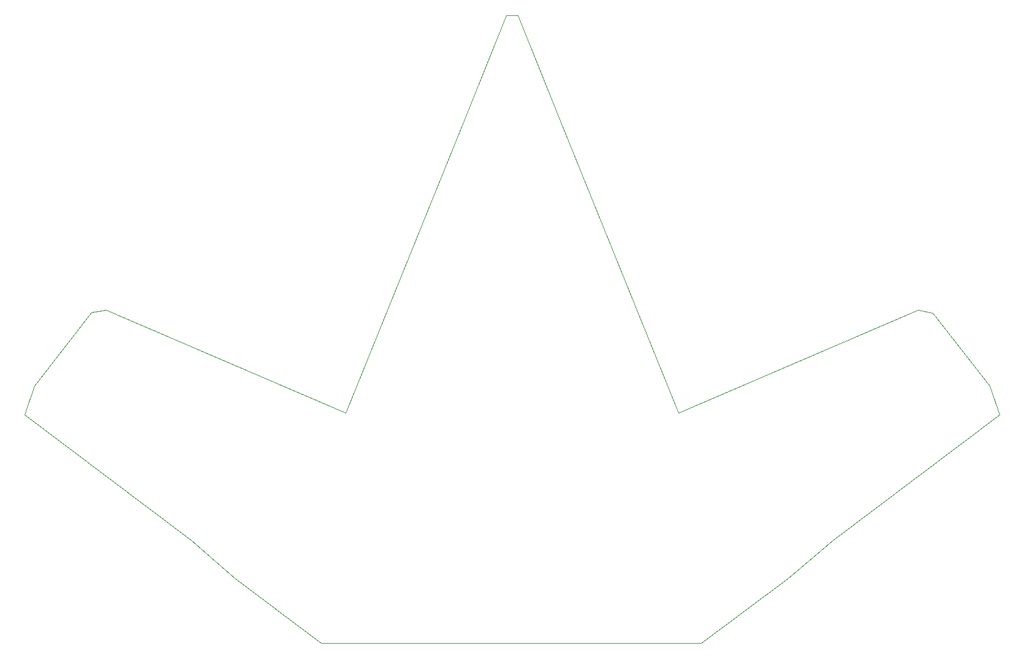
<source format=gbr>
G04 #@! TF.GenerationSoftware,KiCad,Pcbnew,(5.1.4)-1*
G04 #@! TF.CreationDate,2024-04-24T20:57:57-04:00*
G04 #@! TF.ProjectId,ThumbsUp,5468756d-6273-4557-902e-6b696361645f,rev?*
G04 #@! TF.SameCoordinates,Original*
G04 #@! TF.FileFunction,Profile,NP*
%FSLAX46Y46*%
G04 Gerber Fmt 4.6, Leading zero omitted, Abs format (unit mm)*
G04 Created by KiCad (PCBNEW (5.1.4)-1) date 2024-04-24 20:57:57*
%MOMM*%
%LPD*%
G04 APERTURE LIST*
%ADD10C,0.050000*%
G04 APERTURE END LIST*
D10*
X381950000Y-38850000D02*
X393950000Y-29850000D01*
X329450000Y-38850000D02*
X317550000Y-29850000D01*
X381950000Y-38850000D02*
X329450000Y-38850000D01*
X362308765Y33811751D02*
X356608765Y47911751D01*
X421795042Y-3273134D02*
X413942237Y6820104D01*
X299705827Y7217210D02*
X297717547Y6834139D01*
X356608765Y47911751D02*
X355008765Y47911751D01*
X332808765Y-6988249D02*
X299705827Y7217210D01*
X317550000Y-29850000D02*
X311535711Y-24633596D01*
X349308765Y33811751D02*
X355008765Y47911751D01*
X400124073Y-24647630D02*
X423182953Y-7242227D01*
X332808765Y-6988249D02*
X349308765Y33811751D01*
X393950000Y-29850000D02*
X400124073Y-24647630D01*
X421795042Y-3273134D02*
X423182953Y-7242227D01*
X378808765Y-6988249D02*
X362308765Y33811751D01*
X378808765Y-6988249D02*
X411953957Y7203175D01*
X288476831Y-7228193D02*
X311535711Y-24633596D01*
X289864742Y-3259099D02*
X288476831Y-7228193D01*
X289864742Y-3259099D02*
X297717547Y6834139D01*
X411953957Y7203175D02*
X413942237Y6820104D01*
M02*

</source>
